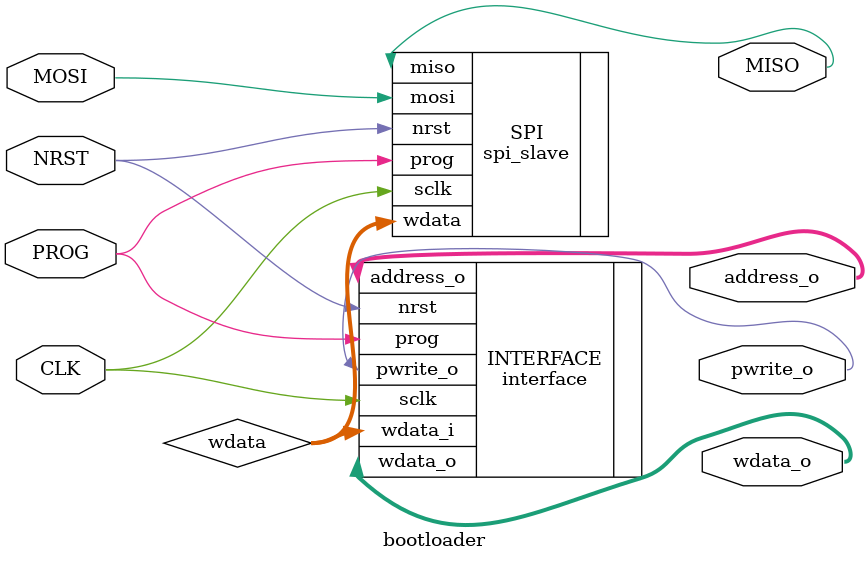
<source format=v>
module bootloader ( 
		input CLK,
		input NRST,	
		input PROG, 	
		input MOSI,
		output MISO,
		output [7:0] address_o,
		output [15:0] wdata_o,
		output pwrite_o
);

wire [15:0]wdata;

interface INTERFACE(
		   .sclk (CLK),
		   .nrst (NRST),
		   .wdata_i (wdata),
		   .prog(PROG),
		   .address_o (address_o),
		   .wdata_o (wdata_o),
		   .pwrite_o(pwrite_o)
		 );

spi_slave SPI (
		.nrst(NRST),
		.prog (PROG), 
		.sclk (CLK),
		.mosi (MOSI),
		.miso (MISO),
		.wdata (wdata)
	);

endmodule

</source>
